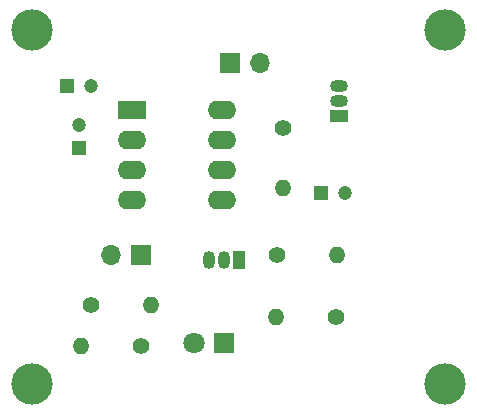
<source format=gbr>
%TF.GenerationSoftware,KiCad,Pcbnew,(5.1.12)-1*%
%TF.CreationDate,2023-08-17T22:23:25+05:30*%
%TF.ProjectId,clap switch,636c6170-2073-4776-9974-63682e6b6963,rev?*%
%TF.SameCoordinates,Original*%
%TF.FileFunction,Copper,L1,Top*%
%TF.FilePolarity,Positive*%
%FSLAX46Y46*%
G04 Gerber Fmt 4.6, Leading zero omitted, Abs format (unit mm)*
G04 Created by KiCad (PCBNEW (5.1.12)-1) date 2023-08-17 22:23:25*
%MOMM*%
%LPD*%
G01*
G04 APERTURE LIST*
%TA.AperFunction,ComponentPad*%
%ADD10O,2.400000X1.600000*%
%TD*%
%TA.AperFunction,ComponentPad*%
%ADD11R,2.400000X1.600000*%
%TD*%
%TA.AperFunction,ComponentPad*%
%ADD12C,1.800000*%
%TD*%
%TA.AperFunction,ComponentPad*%
%ADD13R,1.800000X1.800000*%
%TD*%
%TA.AperFunction,ComponentPad*%
%ADD14O,1.700000X1.700000*%
%TD*%
%TA.AperFunction,ComponentPad*%
%ADD15R,1.700000X1.700000*%
%TD*%
%TA.AperFunction,ComponentPad*%
%ADD16R,1.500000X1.050000*%
%TD*%
%TA.AperFunction,ComponentPad*%
%ADD17O,1.500000X1.050000*%
%TD*%
%TA.AperFunction,ComponentPad*%
%ADD18O,1.400000X1.400000*%
%TD*%
%TA.AperFunction,ComponentPad*%
%ADD19C,1.400000*%
%TD*%
%TA.AperFunction,ComponentPad*%
%ADD20R,1.050000X1.500000*%
%TD*%
%TA.AperFunction,ComponentPad*%
%ADD21O,1.050000X1.500000*%
%TD*%
%TA.AperFunction,ComponentPad*%
%ADD22C,1.200000*%
%TD*%
%TA.AperFunction,ComponentPad*%
%ADD23R,1.200000X1.200000*%
%TD*%
%TA.AperFunction,ViaPad*%
%ADD24C,3.500000*%
%TD*%
G04 APERTURE END LIST*
D10*
%TO.P,U1,8*%
%TO.N,Net-(6V1-Pad1)*%
X159120000Y-79750000D03*
%TO.P,U1,4*%
X151500000Y-87370000D03*
%TO.P,U1,7*%
%TO.N,Net-(C2-Pad1)*%
X159120000Y-82290000D03*
%TO.P,U1,3*%
%TO.N,Net-(R1-Pad1)*%
X151500000Y-84830000D03*
%TO.P,U1,6*%
%TO.N,Net-(C2-Pad1)*%
X159120000Y-84830000D03*
%TO.P,U1,2*%
%TO.N,Net-(C3-Pad1)*%
X151500000Y-82290000D03*
%TO.P,U1,5*%
%TO.N,Net-(C1-Pad1)*%
X159120000Y-87370000D03*
D11*
%TO.P,U1,1*%
%TO.N,Earth*%
X151500000Y-79750000D03*
%TD*%
D12*
%TO.P,D1,2*%
%TO.N,Net-(D1-Pad2)*%
X156710000Y-99500000D03*
D13*
%TO.P,D1,1*%
%TO.N,Earth*%
X159250000Y-99500000D03*
%TD*%
D14*
%TO.P,MK1,2*%
%TO.N,Net-(6V1-Pad1)*%
X149710000Y-92000000D03*
D15*
%TO.P,MK1,1*%
%TO.N,Net-(MK1-Pad1)*%
X152250000Y-92000000D03*
%TD*%
D14*
%TO.P,6V1,2*%
%TO.N,Earth*%
X162290000Y-75750000D03*
D15*
%TO.P,6V1,1*%
%TO.N,Net-(6V1-Pad1)*%
X159750000Y-75750000D03*
%TD*%
D16*
%TO.P,Q2,1*%
%TO.N,Net-(C3-Pad2)*%
X169000000Y-80250000D03*
D17*
%TO.P,Q2,3*%
%TO.N,Earth*%
X169000000Y-77710000D03*
%TO.P,Q2,2*%
%TO.N,Net-(Q1-Pad1)*%
X169000000Y-78980000D03*
%TD*%
D18*
%TO.P,R5,2*%
%TO.N,Earth*%
X163670000Y-97250000D03*
D19*
%TO.P,R5,1*%
%TO.N,Net-(MK1-Pad1)*%
X168750000Y-97250000D03*
%TD*%
D18*
%TO.P,R4,2*%
%TO.N,Net-(Q1-Pad1)*%
X164250000Y-86330000D03*
D19*
%TO.P,R4,1*%
%TO.N,Net-(6V1-Pad1)*%
X164250000Y-81250000D03*
%TD*%
D18*
%TO.P,R3,2*%
%TO.N,Net-(C3-Pad2)*%
X168830000Y-92000000D03*
D19*
%TO.P,R3,1*%
%TO.N,Net-(6V1-Pad1)*%
X163750000Y-92000000D03*
%TD*%
D18*
%TO.P,R2,2*%
%TO.N,Net-(C2-Pad1)*%
X147170000Y-99750000D03*
D19*
%TO.P,R2,1*%
%TO.N,Net-(6V1-Pad1)*%
X152250000Y-99750000D03*
%TD*%
D18*
%TO.P,R1,2*%
%TO.N,Net-(D1-Pad2)*%
X153080000Y-96250000D03*
D19*
%TO.P,R1,1*%
%TO.N,Net-(R1-Pad1)*%
X148000000Y-96250000D03*
%TD*%
D20*
%TO.P,Q1,1*%
%TO.N,Net-(Q1-Pad1)*%
X160500000Y-92500000D03*
D21*
%TO.P,Q1,3*%
%TO.N,Earth*%
X157960000Y-92500000D03*
%TO.P,Q1,2*%
%TO.N,Net-(MK1-Pad1)*%
X159230000Y-92500000D03*
%TD*%
D22*
%TO.P,C3,2*%
%TO.N,Net-(C3-Pad2)*%
X169500000Y-86750000D03*
D23*
%TO.P,C3,1*%
%TO.N,Net-(C3-Pad1)*%
X167500000Y-86750000D03*
%TD*%
D22*
%TO.P,C2,2*%
%TO.N,Earth*%
X147000000Y-81000000D03*
D23*
%TO.P,C2,1*%
%TO.N,Net-(C2-Pad1)*%
X147000000Y-83000000D03*
%TD*%
D22*
%TO.P,C1,2*%
%TO.N,Earth*%
X148000000Y-77750000D03*
D23*
%TO.P,C1,1*%
%TO.N,Net-(C1-Pad1)*%
X146000000Y-77750000D03*
%TD*%
D24*
%TO.N,*%
X143000000Y-73000000D03*
X178000000Y-73000000D03*
X178000000Y-103000000D03*
X143000000Y-103000000D03*
%TD*%
M02*

</source>
